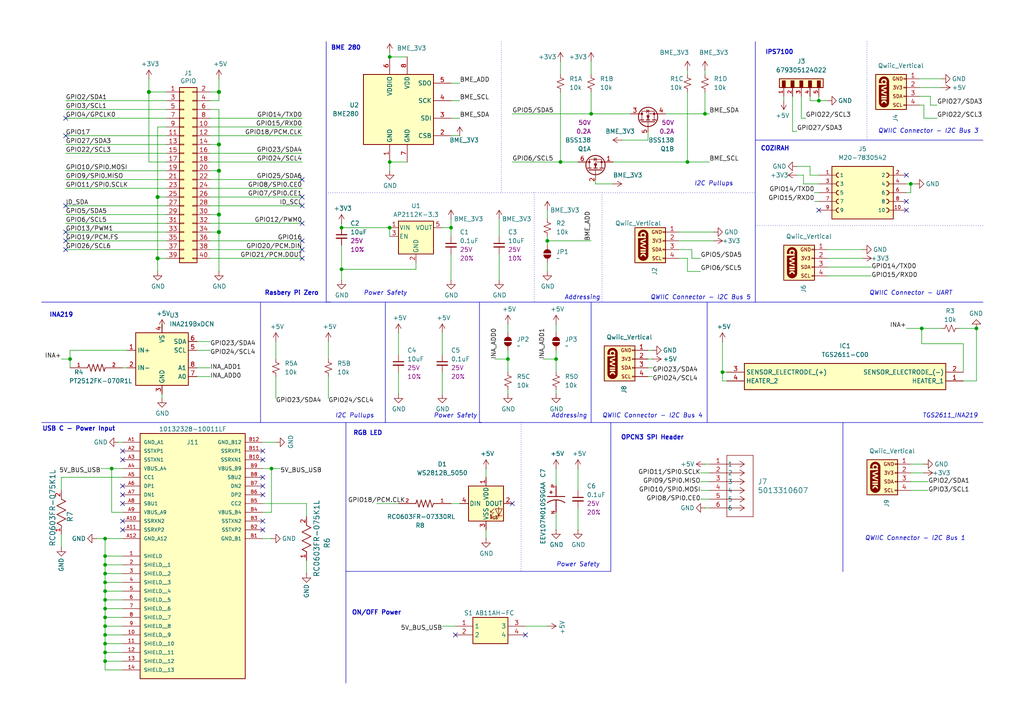
<source format=kicad_sch>
(kicad_sch (version 20250114) (generator "eeschema") (generator_version "9.0")
  (paper "A4")
  (title_block (title "Dream") (date "2025-08-31") (rev "1") (company "Mints-AI, University of Texas at Dallas") (comment 1 "Lakitha Wijeratne"))
  (text "I2C Pullups" (at 207.01 53.34 0) (effects (font (size 1.27 1.27) (thickness 0.1588) (italic yes))))
  (text "QWIIC Connector - UART" (at 264.16 85.09 0) (effects (font (size 1.27 1.27) (thickness 0.1588) (italic yes))))
  (text "Power Safety" (at 111.76 85.09 0) (effects (font (size 1.27 1.27) (thickness 0.1588) (italic yes))))
  (text "Power Safety" (at 132.08 120.65 0) (effects (font (size 1.27 1.27) (thickness 0.1588) (italic yes))))
  (text "QWIIC Connector - I2C Bus 1" (at 265.43 156.21 0) (effects (font (size 1.27 1.27) (thickness 0.1588) (italic yes))))
  (text "I2C Pullups" (at 102.87 120.65 0) (effects (font (size 1.27 1.27) (thickness 0.1588) (italic yes))))
  (text "BME 280" (at 100.33 13.97 0) (effects (font (size 1.27 1.27) (thickness 0.254) (bold yes))))
  (text "TGS2611_INA219" (at 275.59 120.65 0) (effects (font (size 1.27 1.27) (thickness 0.1588) (italic yes))))
  (text "ON/OFF Power" (at 109.22 177.8 0) (effects (font (size 1.27 1.27) (thickness 0.254) (bold yes))))
  (text "COZIRAH" (at 224.79 43.18 0) (effects (font (size 1.27 1.27) (thickness 0.254) (bold yes))))
  (text "Addressing" (at 168.91 86.36 0) (effects (font (size 1.27 1.27) (thickness 0.1588) (italic yes))))
  (text "Power Safety" (at 167.64 163.83 0) (effects (font (size 1.27 1.27) (thickness 0.1588) (italic yes))))
  (text "Rasbery Pi Zero " (at 85.09 85.09 0) (effects (font (size 1.27 1.27) (thickness 0.254) (bold yes))))
  (text "QWIIC Connector - I2C Bus 3" (at 269.24 38.1 0) (effects (font (size 1.27 1.27) (thickness 0.1588) (italic yes))))
  (text "QWIIC Connector - I2C Bus 4\n" (at 189.23 120.65 0) (effects (font (size 1.27 1.27) (thickness 0.1588) (italic yes))))
  (text "RGB LED" (at 106.68 125.73 0) (effects (font (size 1.27 1.27) (thickness 0.254) (bold yes))))
  (text "USB C - Power Input" (at 22.86 124.46 0) (effects (font (size 1.27 1.27) (thickness 0.254) (bold yes))))
  (text "Addressing" (at 165.1 120.65 0) (effects (font (size 1.27 1.27) (thickness 0.1588) (italic yes))))
  (text "OPCN3 SPI Header" (at 189.23 127 0) (effects (font (size 1.27 1.27) (thickness 0.254) (bold yes))))
  (text "INA219" (at 17.78 91.44 0) (effects (font (size 1.27 1.27) (thickness 0.254) (bold yes))))
  (text "QWIIC Connector - I2C Bus 5" (at 203.2 86.36 0) (effects (font (size 1.27 1.27) (thickness 0.1588) (italic yes))))
  (text "IPS7100" (at 226.06 15.24 0) (effects (font (size 1.27 1.27) (thickness 0.254) (bold yes))))
  (junction (at 63.5 62.23) (diameter 1.016))
  (junction (at 43.18 26.67) (diameter 1.016))
  (junction (at 30.48 186.69))
  (junction (at 63.5 67.31) (diameter 1.016))
  (junction (at 30.48 168.91))
  (junction (at 30.48 166.37))
  (junction (at 30.48 189.23))
  (junction (at 30.48 161.29))
  (junction (at 283.21 95.25))
  (junction (at 237.49 29.21))
  (junction (at 30.48 176.53))
  (junction (at 45.72 57.15) (diameter 1.016))
  (junction (at 264.16 53.34))
  (junction (at 161.29 104.14))
  (junction (at 99.06 66.04))
  (junction (at 209.55 107.95))
  (junction (at 30.48 173.99))
  (junction (at 130.81 66.04))
  (junction (at 267.335 95.25))
  (junction (at 63.5 49.53) (diameter 1.016))
  (junction (at 99.06 78.105))
  (junction (at 32.385 135.89))
  (junction (at 30.48 179.07))
  (junction (at 113.03 46.99))
  (junction (at 63.5 41.91) (diameter 1.016))
  (junction (at 30.48 184.15))
  (junction (at 30.48 181.61))
  (junction (at 171.45 33.02))
  (junction (at 204.47 33.02))
  (junction (at 30.48 163.83))
  (junction (at 162.56 46.99))
  (junction (at 78.74 135.89))
  (junction (at 147.32 104.14))
  (junction (at 113.03 66.04))
  (junction (at 158.75 69.85))
  (junction (at 20.32 104.14))
  (junction (at 30.48 156.21))
  (junction (at 30.48 171.45))
  (junction (at 199.39 46.99))
  (junction (at 45.72 74.93) (diameter 1.016))
  (junction (at 113.03 16.51))
  (junction (at 30.48 191.77))
  (junction (at 63.5 26.67) (diameter 1.016))
  (no_connect (at 35.56 146.05))
  (no_connect (at 76.2 130.81))
  (no_connect (at 87.63 69.85))
  (no_connect (at 87.63 64.77))
  (no_connect (at 76.2 151.13))
  (no_connect (at 87.63 72.39))
  (no_connect (at 76.2 138.43))
  (no_connect (at 19.05 59.69))
  (no_connect (at 87.63 59.69))
  (no_connect (at 87.63 57.15))
  (no_connect (at 19.05 39.37))
  (no_connect (at 87.63 52.07))
  (no_connect (at 87.63 74.93))
  (no_connect (at 35.56 133.35))
  (no_connect (at 237.49 60.96))
  (no_connect (at 35.56 140.97))
  (no_connect (at 262.89 50.8))
  (no_connect (at 19.05 67.31))
  (no_connect (at 35.56 143.51))
  (no_connect (at 19.05 72.39))
  (no_connect (at 76.2 140.97))
  (no_connect (at 19.05 69.85))
  (no_connect (at 262.89 60.96))
  (no_connect (at 76.2 143.51))
  (no_connect (at 35.56 130.81))
  (no_connect (at 152.4 184.15))
  (no_connect (at 76.2 133.35))
  (no_connect (at 76.2 153.67))
  (no_connect (at 19.05 34.29))
  (no_connect (at 132.08 184.15))
  (no_connect (at 262.89 58.42))
  (no_connect (at 35.56 151.13))
  (no_connect (at 148.59 146.05))
  (no_connect (at 35.56 153.67))
  (wire (pts (xy 17.78 104.14) (xy 20.32 104.14)))
  (wire (pts (xy 76.2 146.05) (xy 88.9 146.05)))
  (wire (pts (xy 45.72 57.15) (xy 45.72 74.93)))
  (wire (pts (xy 60.96 57.15) (xy 87.63 57.15)))
  (wire (pts (xy 144.78 73.66) (xy 144.78 81.28)))
  (wire (pts (xy 171.45 33.02) (xy 182.88 33.02)))
  (wire (pts (xy 30.48 171.45) (xy 30.48 173.99)))
  (wire (pts (xy 35.56 138.43) (xy 17.78 138.43)))
  (wire (pts (xy 279.4 99.695) (xy 267.335 99.695)))
  (wire (pts (xy 20.32 104.14) (xy 20.32 106.68)))
  (wire (pts (xy 48.26 39.37) (xy 19.05 39.37)))
  (wire (pts (xy 30.48 166.37) (xy 30.48 163.83)))
  (wire (pts (xy 266.7 25.4) (xy 273.05 25.4)))
  (wire (pts (xy 20.32 101.6) (xy 36.83 101.6)))
  (wire (pts (xy 130.81 66.04) (xy 130.81 68.58)))
  (wire (pts (xy 240.03 80.01) (xy 252.73 80.01)))
  (wire (pts (xy 63.5 31.75) (xy 63.5 41.91)))
  (wire (pts (xy 35.56 186.69) (xy 30.48 186.69)))
  (wire (pts (xy 63.5 49.53) (xy 60.96 49.53)))
  (wire (pts (xy 140.97 135.89) (xy 140.97 138.43)))
  (wire (pts (xy 35.56 179.07) (xy 30.48 179.07)))
  (polyline (pts (xy 244.475 122.555) (xy 244.475 165.735)))
  (wire (pts (xy 35.56 168.91) (xy 30.48 168.91)))
  (wire (pts (xy 271.78 30.48) (xy 269.875 30.48)))
  (wire (pts (xy 199.39 78.74) (xy 203.2 78.74)))
  (wire (pts (xy 180.34 40.64) (xy 187.96 40.64)))
  (wire (pts (xy 148.59 46.99) (xy 162.56 46.99)))
  (wire (pts (xy 76.2 135.89) (xy 78.74 135.89)))
  (wire (pts (xy 63.5 62.23) (xy 63.5 67.31)))
  (wire (pts (xy 171.45 26.67) (xy 171.45 33.02)))
  (wire (pts (xy 266.7 27.94) (xy 269.875 27.94)))
  (wire (pts (xy 35.56 191.77) (xy 30.48 191.77)))
  (wire (pts (xy 167.64 135.89) (xy 167.64 142.24)))
  (wire (pts (xy 128.27 96.52) (xy 128.27 102.87)))
  (wire (pts (xy 161.29 148.59) (xy 161.29 153.67)))
  (wire (pts (xy 130.81 63.5) (xy 130.81 66.04)))
  (polyline (pts (xy 154.94 87.63) (xy 155.575 87.63)) (stroke (width 0) (type dot)))
  (wire (pts (xy 187.96 40.64) (xy 187.96 38.1)))
  (wire (pts (xy 63.5 49.53) (xy 63.5 62.23)))
  (wire (pts (xy 234.95 29.21) (xy 234.95 27.94)))
  (wire (pts (xy 60.96 34.29) (xy 87.63 34.29)))
  (wire (pts (xy 113.03 66.04) (xy 113.03 68.58)))
  (wire (pts (xy 205.74 134.62) (xy 204.47 134.62)))
  (wire (pts (xy 45.72 36.83) (xy 45.72 57.15)))
  (polyline (pts (xy 12.065 122.555) (xy 285.115 122.555)))
  (wire (pts (xy 278.13 95.25) (xy 283.21 95.25)))
  (wire (pts (xy 227.33 27.94) (xy 227.33 29.21)))
  (wire (pts (xy 203.2 142.24) (xy 205.74 142.24)))
  (wire (pts (xy 177.8 46.99) (xy 199.39 46.99)))
  (wire (pts (xy 130.81 24.13) (xy 133.35 24.13)))
  (polyline (pts (xy 145.415 12.065) (xy 145.415 55.88)) (stroke (width 0) (type dot)))
  (wire (pts (xy 233.045 53.34) (xy 237.49 53.34)))
  (wire (pts (xy 35.56 184.15) (xy 30.48 184.15)))
  (wire (pts (xy 45.72 36.83) (xy 48.26 36.83)))
  (wire (pts (xy 234.95 48.26) (xy 234.95 50.8)))
  (wire (pts (xy 57.15 101.6) (xy 60.96 101.6)))
  (wire (pts (xy 204.47 26.67) (xy 204.47 33.02)))
  (wire (pts (xy 60.96 54.61) (xy 87.63 54.61)))
  (wire (pts (xy 200.66 74.93) (xy 200.66 72.39)))
  (wire (pts (xy 95.25 109.22) (xy 95.25 115.57)))
  (wire (pts (xy 187.96 109.22) (xy 189.23 109.22)))
  (wire (pts (xy 48.26 59.69) (xy 19.05 59.69)))
  (wire (pts (xy 240.03 29.21) (xy 237.49 29.21)))
  (wire (pts (xy 19.05 62.23) (xy 48.26 62.23)))
  (wire (pts (xy 234.95 50.8) (xy 237.49 50.8)))
  (polyline (pts (xy 219.075 65.405) (xy 285.115 65.405)) (stroke (width 0) (type dot)))
  (wire (pts (xy 240.03 74.93) (xy 250.19 74.93)))
  (wire (pts (xy 76.2 128.27) (xy 80.01 128.27)))
  (wire (pts (xy 203.2 144.78) (xy 205.74 144.78)))
  (wire (pts (xy 30.48 163.83) (xy 30.48 161.29)))
  (polyline (pts (xy 151.13 122.555) (xy 151.13 165.735)) (stroke (width 0) (type dot)))
  (wire (pts (xy 130.81 29.21) (xy 133.35 29.21)))
  (wire (pts (xy 45.72 57.15) (xy 48.26 57.15)))
  (wire (pts (xy 240.03 72.39) (xy 250.19 72.39)))
  (wire (pts (xy 35.56 176.53) (xy 30.48 176.53)))
  (wire (pts (xy 35.56 173.99) (xy 30.48 173.99)))
  (wire (pts (xy 60.96 44.45) (xy 87.63 44.45)))
  (wire (pts (xy 264.16 55.88) (xy 264.16 53.34)))
  (wire (pts (xy 267.97 34.29) (xy 267.97 30.48)))
  (wire (pts (xy 283.21 110.49) (xy 283.21 95.25)))
  (wire (pts (xy 161.29 113.03) (xy 161.29 114.3)))
  (wire (pts (xy 172.72 53.34) (xy 172.72 52.07)))
  (wire (pts (xy 147.32 113.03) (xy 147.32 114.3)))
  (wire (pts (xy 128.27 181.61) (xy 132.08 181.61)))
  (wire (pts (xy 203.2 139.7) (xy 205.74 139.7)))
  (wire (pts (xy 99.06 78.105) (xy 99.06 81.28)))
  (wire (pts (xy 60.96 74.93) (xy 87.63 74.93)))
  (wire (pts (xy 45.72 74.93) (xy 45.72 78.74)))
  (wire (pts (xy 19.05 41.91) (xy 48.26 41.91)))
  (wire (pts (xy 236.22 55.88) (xy 237.49 55.88)))
  (wire (pts (xy 30.48 161.29) (xy 35.56 161.29)))
  (wire (pts (xy 158.75 69.85) (xy 171.45 69.85)))
  (wire (pts (xy 43.18 22.86) (xy 43.18 26.67)))
  (wire (pts (xy 147.32 104.14) (xy 147.32 107.95)))
  (wire (pts (xy 204.47 20.32) (xy 204.47 21.59)))
  (wire (pts (xy 95.25 99.06) (xy 95.25 104.14)))
  (wire (pts (xy 232.41 27.94) (xy 232.41 34.29)))
  (wire (pts (xy 196.85 67.31) (xy 207.01 67.31)))
  (polyline (pts (xy 244.475 165.735) (xy 244.475 165.735)))
  (wire (pts (xy 30.48 181.61) (xy 30.48 184.15)))
  (wire (pts (xy 162.56 46.99) (xy 167.64 46.99)))
  (wire (pts (xy 30.48 156.21) (xy 35.56 156.21)))
  (wire (pts (xy 120.65 76.2) (xy 120.65 78.105)))
  (wire (pts (xy 30.48 186.69) (xy 30.48 189.23)))
  (wire (pts (xy 115.57 107.95) (xy 115.57 114.3)))
  (wire (pts (xy 140.97 153.67) (xy 140.97 156.21)))
  (wire (pts (xy 63.5 67.31) (xy 60.96 67.31)))
  (wire (pts (xy 152.4 181.61) (xy 158.75 181.61)))
  (wire (pts (xy 264.16 134.62) (xy 267.97 134.62)))
  (wire (pts (xy 262.89 95.25) (xy 267.335 95.25)))
  (wire (pts (xy 158.75 60.96) (xy 158.75 63.5)))
  (wire (pts (xy 19.05 31.75) (xy 48.26 31.75)))
  (wire (pts (xy 204.47 33.02) (xy 205.74 33.02)))
  (wire (pts (xy 19.05 54.61) (xy 48.26 54.61)))
  (wire (pts (xy 80.01 109.22) (xy 80.01 115.57)))
  (wire (pts (xy 210.82 110.49) (xy 209.55 110.49)))
  (wire (pts (xy 32.385 135.89) (xy 35.56 135.89)))
  (wire (pts (xy 262.89 53.34) (xy 264.16 53.34)))
  (wire (pts (xy 200.66 74.93) (xy 203.2 74.93)))
  (wire (pts (xy 43.18 46.99) (xy 48.26 46.99)))
  (wire (pts (xy 199.39 26.67) (xy 199.39 46.99)))
  (wire (pts (xy 17.78 154.94) (xy 17.78 158.75)))
  (wire (pts (xy 193.04 33.02) (xy 204.47 33.02)))
  (wire (pts (xy 48.26 29.21) (xy 19.05 29.21)))
  (wire (pts (xy 88.9 162.56) (xy 88.9 166.37)))
  (wire (pts (xy 35.56 166.37) (xy 30.48 166.37)))
  (wire (pts (xy 63.5 26.67) (xy 63.5 29.21)))
  (wire (pts (xy 187.96 104.14) (xy 189.23 104.14)))
  (wire (pts (xy 130.81 73.66) (xy 130.81 81.28)))
  (polyline (pts (xy 219.075 12.065) (xy 219.075 87.63)) (stroke (width 0) (type solid)))
  (wire (pts (xy 63.5 41.91) (xy 63.5 49.53)))
  (wire (pts (xy 209.55 107.95) (xy 210.82 107.95)))
  (wire (pts (xy 60.96 39.37) (xy 87.63 39.37)))
  (wire (pts (xy 158.75 69.85) (xy 158.75 71.12)))
  (wire (pts (xy 231.14 38.1) (xy 229.87 38.1)))
  (wire (pts (xy 63.5 41.91) (xy 60.96 41.91)))
  (wire (pts (xy 35.56 189.23) (xy 30.48 189.23)))
  (wire (pts (xy 162.56 17.78) (xy 162.56 21.59)))
  (wire (pts (xy 229.87 27.94) (xy 229.87 38.1)))
  (wire (pts (xy 30.48 173.99) (xy 30.48 176.53)))
  (wire (pts (xy 78.74 148.59) (xy 78.74 135.89)))
  (polyline (pts (xy 154.94 55.88) (xy 154.94 87.63)) (stroke (width 0) (type dot)))
  (wire (pts (xy 63.5 22.86) (xy 63.5 26.67)))
  (polyline (pts (xy 94.615 55.88) (xy 219.075 55.88)) (stroke (width 0) (type dot)))
  (wire (pts (xy 35.56 171.45) (xy 30.48 171.45)))
  (wire (pts (xy 19.05 34.29) (xy 48.26 34.29)))
  (wire (pts (xy 200.66 72.39) (xy 196.85 72.39)))
  (wire (pts (xy 236.22 58.42) (xy 237.49 58.42)))
  (wire (pts (xy 203.2 137.16) (xy 205.74 137.16)))
  (wire (pts (xy 63.5 26.67) (xy 60.96 26.67)))
  (polyline (pts (xy 177.165 122.555) (xy 177.165 165.735)))
  (wire (pts (xy 30.48 161.29) (xy 30.48 156.21)))
  (wire (pts (xy 43.18 26.67) (xy 43.18 46.99)))
  (wire (pts (xy 60.96 46.99) (xy 87.63 46.99)))
  (wire (pts (xy 30.48 191.77) (xy 30.48 189.23)))
  (wire (pts (xy 60.96 36.83) (xy 87.63 36.83)))
  (polyline (pts (xy 111.76 87.63) (xy 111.76 122.555)) (stroke (width 0) (type solid)))
  (wire (pts (xy 99.06 64.77) (xy 99.06 66.04)))
  (polyline (pts (xy 171.45 87.63) (xy 171.45 122.555)) (stroke (width 0) (type solid)))
  (polyline (pts (xy 219.075 40.64) (xy 285.115 40.64)) (stroke (width 0) (type solid)))
  (wire (pts (xy 17.78 138.43) (xy 17.78 142.24)))
  (wire (pts (xy 19.05 44.45) (xy 48.26 44.45)))
  (wire (pts (xy 120.65 78.105) (xy 99.06 78.105)))
  (wire (pts (xy 267.335 95.25) (xy 273.05 95.25)))
  (wire (pts (xy 19.05 52.07) (xy 48.26 52.07)))
  (wire (pts (xy 252.73 77.47) (xy 240.03 77.47)))
  (wire (pts (xy 99.06 66.04) (xy 113.03 66.04)))
  (wire (pts (xy 115.57 96.52) (xy 115.57 102.87)))
  (wire (pts (xy 204.47 147.32) (xy 205.74 147.32)))
  (wire (pts (xy 233.68 34.29) (xy 232.41 34.29)))
  (wire (pts (xy 76.2 156.21) (xy 78.74 156.21)))
  (wire (pts (xy 199.39 46.99) (xy 205.74 46.99)))
  (wire (pts (xy 262.89 55.88) (xy 264.16 55.88)))
  (wire (pts (xy 35.56 106.68) (xy 36.83 106.68)))
  (wire (pts (xy 237.49 27.94) (xy 237.49 29.21)))
  (wire (pts (xy 148.59 33.02) (xy 171.45 33.02)))
  (wire (pts (xy 99.06 78.105) (xy 99.06 71.12)))
  (wire (pts (xy 19.05 64.77) (xy 48.26 64.77)))
  (wire (pts (xy 63.5 29.21) (xy 60.96 29.21)))
  (wire (pts (xy 264.16 142.24) (xy 269.24 142.24)))
  (polyline (pts (xy 94.615 87.63) (xy 95.885 87.63)))
  (wire (pts (xy 172.72 53.34) (xy 177.8 53.34)))
  (wire (pts (xy 30.48 184.15) (xy 30.48 186.69)))
  (wire (pts (xy 199.39 78.74) (xy 199.39 74.93)))
  (wire (pts (xy 19.05 69.85) (xy 48.26 69.85)))
  (polyline (pts (xy 139.065 122.555) (xy 139.7 122.555)) (stroke (width 0) (type solid)))
  (wire (pts (xy 57.15 109.22) (xy 60.96 109.22)))
  (wire (pts (xy 233.045 50.8) (xy 233.045 53.34)))
  (wire (pts (xy 60.96 69.85) (xy 87.63 69.85)))
  (wire (pts (xy 46.99 114.3) (xy 46.99 115.57)))
  (wire (pts (xy 88.9 146.05) (xy 88.9 149.86)))
  (wire (pts (xy 60.96 64.77) (xy 87.63 64.77)))
  (wire (pts (xy 45.72 74.93) (xy 48.26 74.93)))
  (wire (pts (xy 113.03 15.24) (xy 113.03 16.51)))
  (wire (pts (xy 30.48 194.31) (xy 30.48 191.77)))
  (wire (pts (xy 60.96 72.39) (xy 87.63 72.39)))
  (wire (pts (xy 57.15 106.68) (xy 60.96 106.68)))
  (wire (pts (xy 158.75 68.58) (xy 158.75 69.85)))
  (wire (pts (xy 267.97 30.48) (xy 266.7 30.48)))
  (wire (pts (xy 147.32 93.98) (xy 147.32 96.52)))
  (wire (pts (xy 199.39 20.32) (xy 199.39 21.59)))
  (wire (pts (xy 35.56 194.31) (xy 30.48 194.31)))
  (wire (pts (xy 187.96 106.68) (xy 189.23 106.68)))
  (wire (pts (xy 35.56 181.61) (xy 30.48 181.61)))
  (wire (pts (xy 63.5 31.75) (xy 60.96 31.75)))
  (wire (pts (xy 273.05 22.86) (xy 266.7 22.86)))
  (wire (pts (xy 113.03 16.51) (xy 118.11 16.51)))
  (wire (pts (xy 19.05 72.39) (xy 48.26 72.39)))
  (polyline (pts (xy 139.065 87.63) (xy 139.065 122.555)) (stroke (width 0) (type solid)))
  (wire (pts (xy 267.335 95.25) (xy 267.335 99.695)))
  (wire (pts (xy 76.2 148.59) (xy 78.74 148.59)))
  (polyline (pts (xy 12.065 87.63) (xy 285.115 87.63)) (stroke (width 0) (type solid)))
  (wire (pts (xy 80.01 99.06) (xy 80.01 104.14)))
  (wire (pts (xy 128.27 66.04) (xy 130.81 66.04)))
  (wire (pts (xy 128.27 107.95) (xy 128.27 114.3)))
  (wire (pts (xy 264.16 139.7) (xy 269.24 139.7)))
  (wire (pts (xy 267.97 34.29) (xy 271.78 34.29)))
  (wire (pts (xy 209.55 99.06) (xy 209.55 107.95)))
  (wire (pts (xy 130.81 34.29) (xy 133.35 34.29)))
  (wire (pts (xy 29.21 135.89) (xy 32.385 135.89)))
  (wire (pts (xy 20.32 101.6) (xy 20.32 104.14)))
  (wire (pts (xy 113.03 46.99) (xy 118.11 46.99)))
  (wire (pts (xy 187.96 101.6) (xy 189.23 101.6)))
  (wire (pts (xy 35.56 148.59) (xy 32.385 148.59)))
  (wire (pts (xy 27.94 156.21) (xy 30.48 156.21)))
  (wire (pts (xy 231.14 48.26) (xy 234.95 48.26)))
  (polyline (pts (xy 174.625 55.88) (xy 174.625 87.63)) (stroke (width 0) (type dot)))
  (wire (pts (xy 63.5 67.31) (xy 63.5 78.74)))
  (polyline (pts (xy 100.33 165.735) (xy 177.165 165.735)))
  (polyline (pts (xy 100.33 122.555) (xy 100.33 198.12)))
  (wire (pts (xy 60.96 52.07) (xy 87.63 52.07)))
  (wire (pts (xy 48.26 67.31) (xy 19.05 67.31)))
  (wire (pts (xy 30.48 166.37) (xy 30.48 168.91)))
  (polyline (pts (xy 94.615 12.065) (xy 94.615 87.63)))
  (polyline (pts (xy 205.105 87.63) (xy 205.105 122.555)) (stroke (width 0) (type solid)))
  (wire (pts (xy 30.48 181.61) (xy 30.48 179.07)))
  (wire (pts (xy 161.29 101.6) (xy 161.29 104.14)))
  (wire (pts (xy 113.03 46.99) (xy 113.03 49.53)))
  (wire (pts (xy 35.56 163.83) (xy 30.48 163.83)))
  (wire (pts (xy 130.81 146.05) (xy 133.35 146.05)))
  (wire (pts (xy 46.99 95.25) (xy 46.99 93.98)))
  (wire (pts (xy 30.48 176.53) (xy 30.48 179.07)))
  (wire (pts (xy 269.875 27.94) (xy 269.875 30.48)))
  (wire (pts (xy 161.29 93.98) (xy 161.29 96.52)))
  (wire (pts (xy 199.39 74.93) (xy 196.85 74.93)))
  (wire (pts (xy 30.48 168.91) (xy 30.48 171.45)))
  (wire (pts (xy 264.16 137.16) (xy 267.97 137.16)))
  (polyline (pts (xy 251.46 12.065) (xy 251.46 40.64)) (stroke (width 0) (type dot)))
  (wire (pts (xy 63.5 62.23) (xy 60.96 62.23)))
  (wire (pts (xy 158.75 76.2) (xy 158.75 78.74)))
  (wire (pts (xy 161.29 104.14) (xy 157.48 104.14)))
  (wire (pts (xy 109.22 146.05) (xy 115.57 146.05)))
  (wire (pts (xy 171.45 17.78) (xy 171.45 21.59)))
  (wire (pts (xy 43.18 26.67) (xy 48.26 26.67)))
  (wire (pts (xy 147.32 101.6) (xy 147.32 104.14)))
  (wire (pts (xy 231.14 50.8) (xy 233.045 50.8)))
  (wire (pts (xy 237.49 29.21) (xy 234.95 29.21)))
  (wire (pts (xy 279.4 110.49) (xy 283.21 110.49)))
  (wire (pts (xy 279.4 107.95) (xy 279.4 99.695)))
  (wire (pts (xy 143.51 104.14) (xy 147.32 104.14)))
  (wire (pts (xy 264.16 53.34) (xy 265.43 53.34)))
  (wire (pts (xy 32.385 148.59) (xy 32.385 135.89)))
  (wire (pts (xy 144.78 63.5) (xy 144.78 68.58)))
  (wire (pts (xy 162.56 26.67) (xy 162.56 46.99)))
  (wire (pts (xy 196.85 69.85) (xy 207.01 69.85)))
  (wire (pts (xy 78.74 135.89) (xy 81.28 135.89)))
  (wire (pts (xy 161.29 135.89) (xy 161.29 140.97)))
  (wire (pts (xy 48.26 49.53) (xy 19.05 49.53)))
  (wire (pts (xy 60.96 59.69) (xy 87.63 59.69)))
  (polyline (pts (xy 75.565 87.63) (xy 75.565 122.555)) (stroke (width 0) (type solid)))
  (wire (pts (xy 167.64 147.32) (xy 167.64 153.67)))
  (wire (pts (xy 130.81 39.37) (xy 133.35 39.37)))
  (wire (pts (xy 161.29 104.14) (xy 161.29 107.95)))
  (wire (pts (xy 209.55 110.49) (xy 209.55 107.95)))
  (wire (pts (xy 34.29 128.27) (xy 35.56 128.27)))
  (wire (pts (xy 57.15 99.06) (xy 60.96 99.06)))
  (label "ID_SDA" (at 19.05 59.69 0))
  (label "GPIO6{slash}SCL5" (at 19.05 64.77 0))
  (label "GPIO5{slash}SDA5" (at 203.2 74.93 0))
  (label "5V_BUS_USB" (at 29.21 135.89 180))
  (label "BME_SDA" (at 205.74 33.02 0))
  (label "GPIO15{slash}RXD0" (at 236.22 58.42 180))
  (label "GPIO14{slash}TXD0" (at 252.73 77.47 0))
  (label "BME_ADD" (at 133.35 24.13 0))
  (label "ID_SCL" (at 87.63 59.69 180))
  (label "GPIO5{slash}SDA5" (at 19.05 62.23 0))
  (label "5V_BUS_USB" (at 81.28 135.89 0))
  (label "GPIO21{slash}PCM.DOUT" (at 87.63 74.93 180))
  (label "BME_SCL" (at 205.74 46.99 0))
  (label "GPIO19{slash}PCM.FS" (at 19.05 69.85 0))
  (label "GPIO10{slash}SPI0.MOSI" (at 19.05 49.53 0))
  (label "GPIO23{slash}SDA4" (at 189.23 106.68 0))
  (label "GPIO9{slash}SPI0.MISO" (at 19.05 52.07 0))
  (label "GPIO3{slash}SCL1" (at 269.24 142.24 0))
  (label "GPIO23{slash}SDA4" (at 87.63 44.45 180))
  (label "GPIO5{slash}SDA5" (at 148.59 33.02 0))
  (label "GPIO4{slash}GPCLK0" (at 19.05 34.29 0))
  (label "GPIO2{slash}SDA1" (at 269.24 139.7 0))
  (label "GPIO27{slash}SDA3" (at 19.05 41.91 0))
  (label "GPIO26{slash}SCL6" (at 19.05 72.39 0))
  (label "GPIO14{slash}TXD0" (at 87.63 34.29 180))
  (label "GPIO8{slash}SPI0.CE0" (at 87.63 54.61 180))
  (label "GPIO15{slash}RXD0" (at 87.63 36.83 180))
  (label "GPIO16" (at 87.63 69.85 180))
  (label "INA_ADD0" (at 143.51 104.14 90))
  (label "BME_ADD" (at 171.45 69.85 90))
  (label "GPIO22{slash}SCL3" (at 19.05 44.45 0))
  (label "BME_SCL" (at 133.35 29.21 0))
  (label "INA+" (at 17.78 104.14 180))
  (label "GPIO9{slash}SPI0.MISO" (at 203.2 139.7 180))
  (label "GPIO2{slash}SDA1" (at 19.05 29.21 0))
  (label "GPIO23{slash}SDA4" (at 80.01 115.57 0))
  (label "GPIO11{slash}SPI0.SCLK" (at 203.2 137.16 180))
  (label "GPIO17" (at 19.05 39.37 0))
  (label "5V_BUS_USB" (at 128.27 181.61 180))
  (label "GPIO23{slash}SDA4" (at 60.96 99.06 0))
  (label "GPIO6{slash}SCL5" (at 148.59 46.99 0))
  (label "INA+" (at 262.89 95.25 180))
  (label "GPIO25{slash}SDA6" (at 87.63 52.07 180))
  (label "GPIO3{slash}SCL1" (at 19.05 31.75 0))
  (label "GPIO18{slash}PCM.CLK" (at 87.63 39.37 180))
  (label "GPIO24{slash}SCL4" (at 189.23 109.22 0))
  (label "GPIO12{slash}PWM0" (at 87.63 64.77 180))
  (label "GPIO15{slash}RXD0" (at 252.73 80.01 0))
  (label "GPIO18{slash}PCM.CLK" (at 109.22 146.05 0))
  (label "GPIO22{slash}SCL3" (at 233.68 34.29 0))
  (label "GPIO13{slash}PWM1" (at 19.05 67.31 0))
  (label "GPIO20{slash}PCM.DIN" (at 87.63 72.39 180))
  (label "GPIO22{slash}SCL3" (at 271.78 34.29 0))
  (label "GPIO24{slash}SCL4" (at 87.63 46.99 180))
  (label "GPIO8{slash}SPI0.CE0" (at 203.2 144.78 180))
  (label "INA_ADD0" (at 60.96 109.22 0))
  (label "GPIO7{slash}SPI0.CE1" (at 87.63 57.15 180))
  (label "GPIO27{slash}SDA3" (at 271.78 30.48 0))
  (label "GPIO14{slash}TXD0" (at 236.22 55.88 180))
  (label "GPIO27{slash}SDA3" (at 231.14 38.1 0))
  (label "GPIO24{slash}SCL4" (at 60.96 101.6 0))
  (label "GPIO6{slash}SCL5" (at 203.2 78.74 0))
  (label "GPIO10{slash}SPI0.MOSI" (at 203.2 142.24 180))
  (label "BME_SDA" (at 133.35 34.29 0))
  (label "INA_ADD1" (at 60.96 106.68 0))
  (label "GPIO24{slash}SCL4" (at 95.25 115.57 0))
  (label "GPIO11{slash}SPI0.SCLK" (at 19.05 54.61 0))
  (label "INA_ADD1" (at 157.48 104.14 90))
  (symbol (lib_id "power:+5V") (at 63.5 22.86 0) (unit 1)
    (property "Reference" "#PWR01" (effects (hide yes)))
    (property "Value" "+5V" (at 63.8683 18.5356 0))
    (property "Description" "Power symbol creates a global label with name \"+5V\"" (effects (hide yes)))
  )
  (symbol (lib_id "power:+3.3V") (at 43.18 22.86 0) (unit 1)
    (property "Reference" "#PWR04" (effects (hide yes)))
    (property "Value" "+3V3" (at 43.5483 18.5356 0))
    (property "Description" "Power symbol creates a global label with name \"+3.3V\"" (effects (hide yes)))
  )
  (symbol (lib_id "power:GND") (at 63.5 78.74 0) (unit 1)
    (property "Reference" "#PWR02" (effects (hide yes)))
    (property "Value" "GND" (at 63.6143 83.0644 0))
    (property "Description" "Power symbol creates a global label with name \"GND\" , ground" (effects (hide yes)))
  )
  (symbol (lib_id "power:GND") (at 45.72 78.74 0) (unit 1)
    (property "Reference" "#PWR03" (effects (hide yes)))
    (property "Value" "GND" (at 45.8343 83.0644 0))
    (property "Description" "Power symbol creates a global label with name \"GND\" , ground" (effects (hide yes)))
  )
  (symbol (lib_id "Connector_Generic:Conn_02x20_Odd_Even") (at 53.34 49.53 0) (unit 1)
    (property "Reference" "J1" (at 54.61 21.1898 0))
    (property "Value" "GPIO" (at 54.61 23.495 0))
    (property "Footprint" "Connector_PinSocket_2.54mm:PinSocket_2x20_P2.54mm_Vertical" (effects (hide yes)))
    (property "Description" "Generic connector, double row, 02x20, odd/even pin numbering scheme (row 1 odd numbers, row 2 even numbers), script generated (kicad-library-utils/schlib/autogen/connector/)" (effects (hide yes)))
  )
  (symbol (lib_id "power:GND") (at 204.47 147.32 270) (unit 1)
    (property "Reference" "#PWR034" (effects (hide yes)))
    (property "Value" "GND" (at 199.39 147.32 90))
    (property "Description" "Power symbol creates a global label with name \"GND\" , ground" (effects (hide yes)))
  )
  (symbol (lib_id "SparkFun-Resistor:10k_0603") (at 158.75 66.04 90) (unit 1)
    (property "Reference" "R2" (at 161.29 64.7699 90) (effects (justify right)))
    (property "Value" "10k" (at 161.29 67.3099 90) (effects (justify right)))
    (property "Footprint" "SparkFun-Resistor:R_0603_1608Metric" (effects (hide yes)))
    (property "Datasheet" "https://www.vishay.com/docs/20035/dcrcwe3.pdf" (effects (hide yes)))
    (property "Description" "Resistor" (effects (hide yes)))
    (property "PROD_ID" "RES-00824" (effects (hide yes)))
    (property "Vendor" "https://www.digikey.com/en/products/detail/vishay-dale/CRCW060310K0FKEA/1174782" (effects (hide yes)))
  )
  (symbol (lib_id "power:VCC") (at 204.47 20.32 0) (unit 1)
    (property "Reference" "#PWR016" (effects (hide yes)))
    (property "Value" "BME_3V3" (at 207.01 15.24 0))
    (property "Description" "Power symbol creates a global label with name \"VCC\"" (effects (hide yes)))
  )
  (symbol (lib_id "power:GND") (at 273.05 22.86 90) (unit 1)
    (property "Reference" "#PWR026" (effects (hide yes)))
    (property "Value" "GND" (at 278.13 22.86 90))
    (property "Description" "Power symbol creates a global label with name \"GND\" , ground" (effects (hide yes)))
  )
  (symbol (lib_id "power:+5V") (at 95.25 99.06 0) (unit 1)
    (property "Reference" "#PWR040" (effects (hide yes)))
    (property "Value" "+5V" (at 95.6183 94.7356 0))
    (property "Description" "Power symbol creates a global label with name \"+5V\"" (effects (hide yes)))
  )
  (symbol (lib_id "SparkFun-Connector:Qwiic_Vertical") (at 182.88 106.68 180) (unit 1)
    (property "Reference" "J8" (at 180.9751 111.76 90) (effects (justify left)))
    (property "Value" "Qwiic_Vertical" (at 189.23 97.79 0) (effects (justify left)))
    (property "Footprint" "SparkFun-Connector:JST_SMD_1.0mm-4_Vertical_Black" (effects (hide yes)))
    (property "Datasheet" "https://www.jst-mfg.com/product/pdf/eng/eSH.pdf" (effects (hide yes)))
    (property "Description" "4 pin JST 1mm polarized connector for I2C" (effects (hide yes)))
    (property "PROD_ID" "CONN-14483" (effects (hide yes)))
    (property "Vendor" "https://www.digikey.com/en/products/detail/jst-sales-america-inc/BM04B-SRSS-TB/926696" (effects (hide yes)))
  )
  (symbol (lib_id "SparkFun-Connector:Qwiic_Vertical") (at 234.95 77.47 180) (unit 1)
    (property "Reference" "J6" (at 233.0451 82.55 90) (effects (justify left)))
    (property "Value" "Qwiic_Vertical" (at 241.3 68.58 0) (effects (justify left)))
    (property "Footprint" "SparkFun-Connector:JST_SMD_1.0mm-4_Vertical_Black" (effects (hide yes)))
    (property "Datasheet" "https://www.jst-mfg.com/product/pdf/eng/eSH.pdf" (effects (hide yes)))
    (property "Description" "4 pin JST 1mm polarized connector for I2C" (effects (hide yes)))
    (property "PROD_ID" "CONN-14483" (effects (hide yes)))
    (property "Vendor" "https://www.digikey.com/en/products/detail/jst-sales-america-inc/BM04B-SRSS-TB/926696" (effects (hide yes)))
  )
  (symbol (lib_id "SparkFun-Resistor:10k_4x0603_Array") (at 95.25 106.68 90) (unit 2)
    (property "Reference" "R5" (at 97.79 105.4099 90) (effects (justify right)))
    (property "Value" "10k" (at 97.79 107.9499 90) (effects (justify right)))
    (property "Footprint" "SparkFun-Resistor:R_Array_Convex_4x0603" (effects (hide yes)))
    (property "Datasheet" "https://www.bourns.com/docs/Product-Datasheets/CATCAY.pdf" (effects (hide yes)))
    (property "Description" "Resistor Array" (effects (hide yes)))
    (property "PROD_ID" "RES-22662" (effects (hide yes)))
  )
  (symbol (lib_id "power:GND") (at 161.29 153.67 0) (unit 1)
    (property "Reference" "#PWR062" (effects (hide yes)))
    (property "Value" "GND" (at 161.4043 157.9944 0))
    (property "Description" "Power symbol creates a global label with name \"GND\" , ground" (effects (hide yes)))
  )
  (symbol (lib_id "power:GND") (at 99.06 81.28 0) (unit 1)
    (property "Reference" "#PWR07" (effects (hide yes)))
    (property "Value" "GND" (at 99.1743 85.6044 0))
    (property "Description" "Power symbol creates a global label with name \"GND\" , ground" (effects (hide yes)))
  )
  (symbol (lib_id "SparkFun-Resistor:10k_4x0603_Array") (at 162.56 24.13 90) (unit 1)
    (property "Reference" "R1" (at 165.1 22.8599 90) (effects (justify right)))
    (property "Value" "10k" (at 165.1 25.3999 90) (effects (justify right)))
    (property "Footprint" "SparkFun-Resistor:R_Array_Convex_4x0603" (effects (hide yes)))
    (property "Datasheet" "https://www.bourns.com/docs/Product-Datasheets/CATCAY.pdf" (effects (hide yes)))
    (property "Description" "Resistor Array" (effects (hide yes)))
    (property "PROD_ID" "RES-22662" (effects (hide yes)))
    (property "Custom Feild" "https://www.digikey.com/en/products/detail/bourns-inc/CAT16-1002F4LF/3593233?s=N4IgjCBcodIMZQGYEMA2BnApgGhAeygG0QB2AZgBYAGckAXTwAcAXKEAZRYCcBLAOwDmIAL546cRJFSZcBYuDDkIjEK3Zc%2BQ0XjAA2KKCkzseQpBIAOcqQBMthszaROPAcLEhbyyoYTJ0U3kLL1p9Ukc1Z1ctDzwAWlgjANkzBTAwSwZPeIdJKB4AVzlzEgBWEDwATmyEiWTIIpL06lqQeIN8xu5itJC6PF88B3oc3y6TZpD7UlpK8EsyvRURVaA" (effects (hide yes)))
  )
  (symbol (lib_id "power:+3.3V") (at 171.45 17.78 0) (unit 1)
    (property "Reference" "#PWR014" (effects (hide yes)))
    (property "Value" "+3V3" (at 167.64 16.51 0))
    (property "Description" "Power symbol creates a global label with name \"+3.3V\"" (effects (hide yes)))
  )
  (symbol (lib_id "power:GND") (at 265.43 53.34 90) (unit 1)
    (property "Reference" "#PWR030" (effects (hide yes)))
    (property "Value" "GND" (at 270.51 53.34 90))
    (property "Description" "Power symbol creates a global label with name \"GND\" , ground" (effects (hide yes)))
  )
  (symbol (lib_id "power:VCC") (at 158.75 60.96 0) (unit 1)
    (property "Reference" "#PWR020" (effects (hide yes)))
    (property "Value" "BME_3V3" (at 163.83 60.96 0))
    (property "Description" "Power symbol creates a global label with name \"VCC\"" (effects (hide yes)))
  )
  (symbol (lib_id "SparkFun-DiscreteSemi:Q_NMOS_0.2A_50V_DUAL") (at 172.72 49.53 90) (unit 1)
    (property "Reference" "Q1" (at 171.45 43.18 90) (effects (justify left)))
    (property "Value" "BSS138" (at 171.45 40.64 90) (effects (justify left)))
    (property "Footprint" "SparkFun-Semiconductor-Standard:SOT-363" (effects (hide yes)))
    (property "Datasheet" "https://www.diodes.com/assets/Datasheets/ds30203.pdf" (effects (hide yes)))
    (property "Description" "N-MOSFET transistor, drain/gate/source" (effects (hide yes)))
    (property "PROD_ID" "TRANS-25637" (effects (hide yes)))
    (property "IMax" "0.2A" (at 171.45 38.1 90) (effects (justify left)))
    (property "VMax" "50V" (at 171.45 35.56 90) (effects (justify left)))
    (property "Vendor" "https://www.digikey.com/en/products/detail/diodes-incorporated/BSS138DW-7-F/808527" (effects (hide yes)))
  )
  (symbol (lib_id "PT2512FK-070R1L:PT2512FK-070R1L") (at 27.94 106.68 0) (unit 1)
    (property "Reference" "R4" (at 22.86 107.95 0))
    (property "Value" "PT2512FK-070R1L" (at 29.21 110.49 0))
    (property "Footprint" "downloaded:PT2512FK-070R1L" (effects (hide yes)))
    (property "Datasheet" "https://www.yageogroup.com/content/Resource%20Library/Datasheet/PYU-PT-GROUP_521_ROHS_L.pdf" (effects (hide yes)))
    (property "Description" "RES 0.1 OHM 1% 1W 2512" (effects (hide yes)))
    (property "Vendor" "https://www.digikey.com/en/products/detail/yageo/PT2512FK-070R1L/2178346?s=N4IgTCBcDaIAoBUwFYCMYBiBpAtABgHY8AlVAGRAF0BfIA" (effects (hide yes)))
  )
  (symbol (lib_id "Sensor:BME280") (at 115.57 31.75 0) (unit 1)
    (property "Reference" "U2" (at 104.14 30.4799 0) (effects (justify right)))
    (property "Value" "BME280" (at 104.14 33.0199 0) (effects (justify right)))
    (property "Footprint" "Package_LGA:Bosch_LGA-8_2.5x2.5mm_P0.65mm_ClockwisePinNumbering" (effects (hide yes)))
    (property "Datasheet" "https://www.bosch-sensortec.com/media/boschsensortec/downloads/datasheets/bst-bme280-ds002.pdf" (effects (hide yes)))
    (property "Description" "3-in-1 sensor, humidity, pressure, temperature, I2C and SPI interface, 1.71-3.6V, LGA-8" (effects (hide yes)))
  )
  (symbol (lib_id "power:GND") (at 27.94 156.21 270) (unit 1)
    (property "Reference" "#PWR055" (effects (hide yes)))
    (property "Value" "GND" (at 22.86 156.21 90))
    (property "Description" "Power symbol creates a global label with name \"GND\" , ground" (effects (hide yes)))
  )
  (symbol (lib_id "SparkFun-Capacitor:0.1uF_0603_25V_20%") (at 128.27 105.41 0) (unit 1)
    (property "Reference" "C5" (at 130.81 101.6062 0) (effects (justify left)))
    (property "Value" "0.1uF" (at 130.81 104.1462 0) (effects (justify left)))
    (property "Footprint" "SparkFun-Capacitor:C_0603_1608Metric" (effects (hide yes)))
    (property "Datasheet" "https://cdn.sparkfun.com/assets/8/a/4/a/5/Kemet_Capacitor_Datasheet.pdf" (effects (hide yes)))
    (property "Description" "Unpolarized capacitor" (effects (hide yes)))
    (property "PROD_ID" "CAP-00810" (effects (hide yes)))
    (property "Voltage" "25V" (at 130.81 106.6862 0) (effects (justify left)))
    (property "Tolerance" "20%" (at 130.81 109.2262 0) (effects (justify left)))
    (property "Vendor" "https://www.digikey.com/en/products/detail/kemet/C0603C104M3VACTU/411100" (effects (hide yes)))
  )
  (symbol (lib_id "power:GND") (at 167.64 153.67 0) (unit 1)
    (property "Reference" "#PWR060" (effects (hide yes)))
    (property "Value" "GND" (at 167.7543 157.9944 0))
    (property "Description" "Power symbol creates a global label with name \"GND\" , ground" (effects (hide yes)))
  )
  (symbol (lib_id "power:GND") (at 189.23 101.6 90) (unit 1)
    (property "Reference" "#PWR049" (effects (hide yes)))
    (property "Value" "GND" (at 194.31 101.6 90))
    (property "Description" "Power symbol creates a global label with name \"GND\" , ground" (effects (hide yes)))
  )
  (symbol (lib_id "SparkFun-Resistor:10k_4x0603_Array") (at 199.39 24.13 90) (unit 3)
    (property "Reference" "R1" (at 194.31 22.86 90) (effects (justify right)))
    (property "Value" "10k" (at 194.31 25.4 90) (effects (justify right)))
    (property "Footprint" "SparkFun-Resistor:R_Array_Convex_4x0603" (effects (hide yes)))
    (property "Datasheet" "https://www.bourns.com/docs/Product-Datasheets/CATCAY.pdf" (effects (hide yes)))
    (property "Description" "Resistor Array" (effects (hide yes)))
    (property "PROD_ID" "RES-22662" (effects (hide yes)))
    (property "Custom Feild" "https://www.digikey.com/en/products/detail/bourns-inc/CAT16-1002F4LF/3593233?s=N4IgjCBcodIMZQGYEMA2BnApgGhAeygG0QB2AZgBYAGckAXTwAcAXKEAZRYCcBLAOwDmIAL546cRJFSZcBYuDDkIjEK3Zc%2BQ0XjAA2KKCkzseQpBIAOcqQBMthszaROPAcLEhbyyoYTJ0U3kLL1p9Ukc1Z1ctDzwAWlgjANkzBTAwSwZPeIdJKB4AVzlzEgBWEDwATmyEiWTIIpL06lqQeIN8xu5itJC6PF88B3oc3y6TZpD7UlpK8EsyvRURVaA" (effects (hide yes)))
  )
  (symbol (lib_id "SparkFun-Jumper:SolderJumper_2_Open") (at 161.29 99.06 90) (unit 1)
    (property "Reference" "JP3" (at 163.83 98.4249 90) (effects (justify right)))
    (property "Value" "~" (at 163.83 100.33 90) (effects (justify right)))
    (property "Footprint" "SparkFun-Jumper:Jumper_2_NO" (effects (hide yes)))
    (property "Description" "Solder Jumper, 2-pole, open" (effects (hide yes)))
  )
  (symbol (lib_id "power:GND") (at 161.29 114.3 0) (unit 1)
    (property "Reference" "#PWR046" (effects (hide yes)))
    (property "Value" "GND" (at 161.4043 118.6244 0))
    (property "Description" "Power symbol creates a global label with name \"GND\" , ground" (effects (hide yes)))
  )
  (symbol (lib_id "EEV107M010S9GAA:EEV107M010S9GAA") (at 161.29 146.05 270) (unit 1)
    (property "Reference" "C7" (at 157.48 135.89 0) (effects (justify left)))
    (property "Value" "EEV107M010S9GAA" (at 157.48 139.7 0) (effects (justify left)))
    (property "Footprint" "downloaded:EEV107M010S9GAA" (effects (hide yes)))
    (property "Datasheet" "https://www.yageogroup.com/content/datasheet/asset/file/KEM_A4002_EEV" (effects (hide yes)))
    (property "Description" "CAP ALUM 100UF 20% 10V SMD" (effects (hide yes)))
    (property "MAXIMUM_PACKAGE_HEIGHT" "5.65 mm" (effects (hide yes)))
    (property "PARTREV" "8/16/2024" (effects (hide yes)))
    (property "MANUFACTURER" "KEMET" (effects (hide yes)))
    (property "SNAPEDA_PACKAGE_ID" "35335" (effects (hide yes)))
    (property "STANDARD" "IPC-7351B" (effects (hide yes)))
    (property "Vendor" "https://www.digikey.com/en/products/detail/kemet/EEV107M010S9GAA/6597867" (effects (hide yes)))
  )
  (symbol (lib_id "power:GND") (at 78.74 156.21 90) (unit 1)
    (property "Reference" "#PWR056" (effects (hide yes)))
    (property "Value" "GND" (at 83.82 156.21 90))
    (property "Description" "Power symbol creates a global label with name \"GND\" , ground" (effects (hide yes)))
  )
  (symbol (lib_id "M20-7830542:M20-7830542") (at 250.19 55.88 0) (unit 1)
    (property "Reference" "J5" (at 250.19 43.18 0))
    (property "Value" "M20-7830542" (at 250.19 45.72 0))
    (property "Footprint" "downloaded:M20-7830542" (effects (hide yes)))
    (property "Datasheet" "https://cdn.harwin.com/pdfs/M20-783.pdf" (effects (hide yes)))
    (property "Description" "CONN RCPT 10POS 0.1 GOLD PCB" (effects (hide yes)))
    (property "MANUFACTURER" "HARWIN" (effects (hide yes)))
    (property "STANDARD" "Manufacturer Recommendations" (effects (hide yes)))
    (property "Vendor" "https://www.digikey.com/en/products/detail/harwin-inc/M20-7830542/3727765?s=N4IgjCBcoGwJxVAYygMwIYBsDOBTANCAPZQDaIALGGABxwDsIAuoQA4AuUIAyuwE4BLAHYBzEAF9CNGohApIGHAWJkQMAMxwaMZm06Qe-YWMnh6cAAyz5ivIRKRyDAEw6WIDl16DREwmHMIaDk0LDsVRxB1AFYLczc9LyNfU2cLWmtQpXtVMDh1Ol0PfUMfE0I05wpMhTDlByd6VyLPA29jPxBnAOca23rVXvdWkAA5AFcAW1xBFFMAWl7g%2BX5xgcjokEIEJgWdZahV9fJ1LcozoYXTg8gjnMiwK13CeaDkLPCGkDhoy9TVVC4SZYXAAAgAFrh0AATGag5jiIA" (effects (hide yes)))
  )
  (symbol (lib_id "Sensor_Energy:INA219BxDCN") (at 46.99 104.14 0) (unit 1)
    (property "Reference" "U3" (at 49.1333 91.44 0) (effects (justify left)))
    (property "Value" "INA219BxDCN" (at 49.1333 93.98 0) (effects (justify left)))
    (property "Footprint" "Package_TO_SOT_SMD:SOT-23-8" (effects (hide yes)))
    (property "Datasheet" "http://www.ti.com/lit/ds/symlink/ina219.pdf" (effects (hide yes)))
    (property "Description" "Zero-Drift, HighAccuracy, Bidirectional Current/Power Monitor (0-26V) With I2C Interface, SOT-23-8" (effects (hide yes)))
    (property "Vendor" "https://www.digikey.com/en/products/detail/texas-instruments/INA219BIDCNT/2426056" (effects (hide yes)))
  )
  (symbol (lib_id "power:GND") (at 144.78 81.28 0) (unit 1)
    (property "Reference" "#PWR09" (effects (hide yes)))
    (property "Value" "GND" (at 144.8943 85.6044 0))
    (property "Description" "Power symbol creates a global label with name \"GND\" , ground" (effects (hide yes)))
  )
  (symbol (lib_id "power:GND") (at 34.29 128.27 270) (unit 1)
    (property "Reference" "#PWR065" (effects (hide yes)))
    (property "Value" "GND" (at 29.21 128.27 90))
    (property "Description" "Power symbol creates a global label with name \"GND\" , ground" (effects (hide yes)))
  )
  (symbol (lib_id "power:+5V") (at 204.47 134.62 90) (unit 1)
    (property "Reference" "#PWR033" (effects (hide yes)))
    (property "Value" "+5V" (at 199.39 134.62 90))
    (property "Description" "Power symbol creates a global label with name \"+5V\"" (effects (hide yes)))
  )
  (symbol (lib_id "power:+3.3V") (at 231.14 50.8 90) (unit 1)
    (property "Reference" "#PWR029" (effects (hide yes)))
    (property "Value" "+3V3" (at 226.06 50.8 90))
    (property "Description" "Power symbol creates a global label with name \"+3.3V\"" (effects (hide yes)))
  )
  (symbol (lib_id "SparkFun-Jumper:SolderJumper_2_Open") (at 158.75 73.66 90) (unit 1)
    (property "Reference" "JP1" (at 161.29 73.0249 90) (effects (justify right)))
    (property "Value" "~" (at 161.29 74.93 90) (effects (justify right)))
    (property "Footprint" "SparkFun-Jumper:Jumper_2_NO" (effects (hide yes)))
    (property "Description" "Solder Jumper, 2-pole, open" (effects (hide yes)))
  )
  (symbol (lib_id "power:+5V") (at 80.01 99.06 0) (unit 1)
    (property "Reference" "#PWR039" (effects (hide yes)))
    (property "Value" "+5V" (at 80.3783 94.7356 0))
    (property "Description" "Power symbol creates a global label with name \"+5V\"" (effects (hide yes)))
  )
  (symbol (lib_id "power:VCC") (at 130.81 63.5 0) (unit 1)
    (property "Reference" "#PWR010" (effects (hide yes)))
    (property "Value" "BME_3V3" (at 135.89 63.5 0))
    (property "Description" "Power symbol creates a global label with name \"VCC\"" (effects (hide yes)))
  )
  (symbol (lib_id "power:GND") (at 113.03 49.53 0) (unit 1)
    (property "Reference" "#PWR08" (effects (hide yes)))
    (property "Value" "GND" (at 113.1443 53.8544 0))
    (property "Description" "Power symbol creates a global label with name \"GND\" , ground" (effects (hide yes)))
  )
  (symbol (lib_id "679305124022:679305124022") (at 232.41 22.86 0) (unit 1)
    (property "Reference" "J3" (at 232.41 17.78 0))
    (property "Value" "679305124022" (at 232.41 20.32 0))
    (property "Footprint" "679305124022:679305124022" (effects (hide yes)))
    (property "Datasheet" "https://www.we-online.com/components/products/datasheet/679305124022.pdf" (effects (hide yes)))
    (property "Description" "CONN HEADER SMD 5POS 1.5MM" (effects (hide yes)))
    (property "Vendor" "https://www.digikey.com/en/products/detail/w%C3%BCrth-elektronik/679305124022/2508487?s=N4IgTCBcDaIGwHYCcBmADAVgIxgCxrAgF0BfIA" (effects (hide yes)))
  )
  (symbol (lib_id "power:GND") (at 147.32 114.3 0) (unit 1)
    (property "Reference" "#PWR045" (effects (hide yes)))
    (property "Value" "GND" (at 147.4343 118.6244 0))
    (property "Description" "Power symbol creates a global label with name \"GND\" , ground" (effects (hide yes)))
  )
  (symbol (lib_id "power:+5V") (at 227.33 29.21 180) (unit 1)
    (property "Reference" "#PWR024" (effects (hide yes)))
    (property "Value" "+5V" (at 226.9617 33.5344 0))
    (property "Description" "Power symbol creates a global label with name \"+5V\"" (effects (hide yes)))
  )
  (symbol (lib_id "power:+5V") (at 46.99 95.25 0) (unit 1)
    (property "Reference" "#PWR047" (effects (hide yes)))
    (property "Value" "+5V" (at 47.3583 90.9256 0))
    (property "Description" "Power symbol creates a global label with name \"+5V\"" (effects (hide yes)))
  )
  (symbol (lib_id "SparkFun-Resistor:10k_4x0603_Array") (at 161.29 110.49 90) (unit 4)
    (property "Reference" "R5" (at 163.83 109.2199 90) (effects (justify right)))
    (property "Value" "10k" (at 163.83 111.7599 90) (effects (justify right)))
    (property "Footprint" "SparkFun-Resistor:R_Array_Convex_4x0603" (effects (hide yes)))
    (property "Datasheet" "https://www.bourns.com/docs/Product-Datasheets/CATCAY.pdf" (effects (hide yes)))
    (property "Description" "Resistor Array" (effects (hide yes)))
    (property "PROD_ID" "RES-22662" (effects (hide yes)))
  )
  (symbol (lib_id "SparkFun-LED:WS2812B_5050") (at 140.97 146.05 0) (unit 1)
    (property "Reference" "D1" (at 128.27 134.62 0))
    (property "Value" "WS2812B_5050" (at 128.27 137.16 0))
    (property "Footprint" "SparkFun-LED:WS2812_5050-4Pin" (effects (hide yes)))
    (property "Datasheet" "https://cdn.sparkfun.com/datasheets/BreakoutBoards/WS2812B.pdf" (effects (hide yes)))
    (property "Description" "RGB LED with integrated controller" (effects (hide yes)))
    (property "PROD_ID" "DIO-12503" (effects (hide yes)))
    (property "Vendor" "https://www.digikey.com/en/products/detail/sparkfun-electronics/16347/11630204" (effects (hide yes)))
  )
  (symbol (lib_id "power:+5V") (at 209.55 99.06 0) (unit 1)
    (property "Reference" "#PWR035" (effects (hide yes)))
    (property "Value" "+5V" (at 209.9183 94.7356 0))
    (property "Description" "Power symbol creates a global label with name \"+5V\"" (effects (hide yes)))
  )
  (symbol (lib_id "SparkFun-Capacitor:10uF_0805_25V_10%") (at 99.06 68.58 0) (unit 1)
    (property "Reference" "C2" (at 101.6 64.7762 0) (effects (justify left)))
    (property "Value" "10uF" (at 101.6 67.3162 0) (effects (justify left)))
    (property "Footprint" "SparkFun-Capacitor:C_0805_2012Metric" (effects (hide yes)))
    (property "Datasheet" "https://mm.digikey.com/Volume0/opasdata/d220001/medias/docus/4888/TMK212BBJ106KG-T_SS.pdf" (effects (hide yes)))
    (property "Description" "Unpolarized capacitor" (effects (hide yes)))
    (property "PROD_ID" "CAP-14259" (effects (hide yes)))
    (property "Voltage" "25V" (at 101.6 69.8562 0) (effects (justify left)))
    (property "Tolerance" "10%" (at 101.6 72.3962 0) (effects (justify left)))
    (property "Custom Feild" "https://www.digikey.com/en/products/detail/taiyo-yuden/TMK212BBJ106KG-T/2714163" (effects (hide yes)))
  )
  (symbol (lib_id "SparkFun-Resistor:10k_4x0603_Array") (at 204.47 24.13 270) (unit 4)
    (property "Reference" "R1" (at 207.01 22.8599 90) (effects (justify left)))
    (property "Value" "10k" (at 207.01 25.3999 90) (effects (justify left)))
    (property "Footprint" "SparkFun-Resistor:R_Array_Convex_4x0603" (effects (hide yes)))
    (property "Datasheet" "https://www.bourns.com/docs/Product-Datasheets/CATCAY.pdf" (effects (hide yes)))
    (property "Description" "Resistor Array" (effects (hide yes)))
    (property "PROD_ID" "RES-22662" (effects (hide yes)))
    (property "Custom Feild" "https://www.digikey.com/en/products/detail/bourns-inc/CAT16-1002F4LF/3593233?s=N4IgjCBcodIMZQGYEMA2BnApgGhAeygG0QB2AZgBYAGckAXTwAcAXKEAZRYCcBLAOwDmIAL546cRJFSZcBYuDDkIjEK3Zc%2BQ0XjAA2KKCkzseQpBIAOcqQBMthszaROPAcLEhbyyoYTJ0U3kLL1p9Ukc1Z1ctDzwAWlgjANkzBTAwSwZPeIdJKB4AVzlzEgBWEDwATmyEiWTIIpL06lqQeIN8xu5itJC6PF88B3oc3y6TZpD7UlpK8EsyvRURVaA" (effects (hide yes)))
  )
  (symbol (lib_id "power:VCC") (at 113.03 15.24 0) (unit 1)
    (property "Reference" "#PWR012" (effects (hide yes)))
    (property "Value" "BME_3V3" (at 119.38 13.97 0))
    (property "Description" "Power symbol creates a global label with name \"VCC\"" (effects (hide yes)))
  )
  (symbol (lib_id "power:GND") (at 283.21 95.25 180) (unit 1)
    (property "Reference" "#PWR036" (effects (hide yes)))
    (property "Value" "GND" (at 283.0957 90.9256 0))
    (property "Description" "Power symbol creates a global label with name \"GND\" , ground" (effects (hide yes)))
  )
  (symbol (lib_id "SparkFun-Capacitor:0.1uF_0603_25V_20%") (at 130.81 71.12 0) (unit 1)
    (property "Reference" "C1" (at 133.35 67.3162 0) (effects (justify left)))
    (property "Value" "0.1uF" (at 133.35 69.8562 0) (effects (justify left)))
    (property "Footprint" "SparkFun-Capacitor:C_0603_1608Metric" (effects (hide yes)))
    (property "Datasheet" "https://cdn.sparkfun.com/assets/8/a/4/a/5/Kemet_Capacitor_Datasheet.pdf" (effects (hide yes)))
    (property "Description" "Unpolarized capacitor" (effects (hide yes)))
    (property "PROD_ID" "CAP-00810" (effects (hide yes)))
    (property "Voltage" "25V" (at 133.35 72.3962 0) (effects (justify left)))
    (property "Tolerance" "20%" (at 133.35 74.9362 0) (effects (justify left)))
    (property "Vendor" "https://www.digikey.com/en/products/detail/kemet/C0603C104M3VACTU/411100" (effects (hide yes)))
  )
  (symbol (lib_id "power:GND") (at 207.01 67.31 90) (unit 1)
    (property "Reference" "#PWR022" (effects (hide yes)))
    (property "Value" "GND" (at 212.09 67.31 90))
    (property "Description" "Power symbol creates a global label with name \"GND\" , ground" (effects (hide yes)))
  )
  (symbol (lib_id "power:+5V") (at 147.32 93.98 0) (unit 1)
    (property "Reference" "#PWR043" (effects (hide yes)))
    (property "Value" "+5V" (at 147.6883 89.6556 0))
    (property "Description" "Power symbol creates a global label with name \"+5V\"" (effects (hide yes)))
  )
  (symbol (lib_id "RC0603N_YAG:RC0603FR-075K1L") (at 17.78 142.24 270) (unit 1)
    (property "Reference" "R7" (at 20.32 149.86 0) (effects (font (size 1.524 1.524))))
    (property "Value" "RC0603FR-075K1L" (at 15.24 147.32 0) (effects (font (size 1.524 1.524))))
    (property "Footprint" "RC0603N_YAG-L" (effects (hide yes)))
    (property "Datasheet" "https://www.yageogroup.com/content/datasheet/asset/file/PYU-RC_GROUP_51_ROHS_L" (effects (hide yes)))
    (property "Vendor" "https://www.digikey.com/en/products/detail/yageo/RC0603FR-075K1L/727268" (effects (hide yes)))
  )
  (symbol (lib_id "power:GND") (at 115.57 114.3 0) (unit 1)
    (property "Reference" "#PWR038" (effects (hide yes)))
    (property "Value" "GND" (at 115.6843 118.6244 0))
    (property "Description" "Power symbol creates a global label with name \"GND\" , ground" (effects (hide yes)))
  )
  (symbol (lib_id "SparkFun-Capacitor:0.1uF_0603_25V_20%") (at 167.64 144.78 0) (unit 1)
    (property "Reference" "C6" (at 170.18 140.9762 0) (effects (justify left)))
    (property "Value" "0.1uF" (at 170.18 143.5162 0) (effects (justify left)))
    (property "Footprint" "SparkFun-Capacitor:C_0603_1608Metric" (effects (hide yes)))
    (property "Datasheet" "https://cdn.sparkfun.com/assets/8/a/4/a/5/Kemet_Capacitor_Datasheet.pdf" (effects (hide yes)))
    (property "Description" "Unpolarized capacitor" (effects (hide yes)))
    (property "PROD_ID" "CAP-00810" (effects (hide yes)))
    (property "Voltage" "25V" (at 170.18 146.0562 0) (effects (justify left)))
    (property "Tolerance" "20%" (at 170.18 148.5962 0) (effects (justify left)))
    (property "Vendor" "https://www.digikey.com/en/products/detail/kemet/C0603C104M3VACTU/411100" (effects (hide yes)))
  )
  (symbol (lib_id "5013310607:5013310607") (at 205.74 134.62 0) (unit 1)
    (property "Reference" "J7" (at 219.71 139.6999 0) (effects (font (size 1.524 1.524)) (justify left)))
    (property "Value" "5013310607" (at 219.71 142.2399 0) (effects (font (size 1.524 1.524)) (justify left)))
    (property "Footprint" "downloaded:5013310607" (effects (hide yes)))
    (property "Datasheet" "https://www.molex.com/en-us/products/part-detail-pdf/5013310607?display=pdf" (effects (hide yes)))
    (property "Description" "CONN HEADER SMD 6POS 1MM" (effects (hide yes)))
    (property "Vendor" "https://www.digikey.com/en/products/detail/molex/5013310607/1531475" (effects (hide yes)))
  )
  (symbol (lib_id "power:+5V") (at 273.05 25.4 270) (unit 1)
    (property "Reference" "#PWR027" (effects (hide yes)))
    (property "Value" "+5V" (at 278.13 25.4 90))
    (property "Description" "Power symbol creates a global label with name \"+5V\"" (effects (hide yes)))
  )
  (symbol (lib_id "power:+5V") (at 189.23 104.14 270) (unit 1)
    (property "Reference" "#PWR050" (effects (hide yes)))
    (property "Value" "+5V" (at 194.31 104.14 90))
    (property "Description" "Power symbol creates a global label with name \"+5V\"" (effects (hide yes)))
  )
  (symbol (lib_id "SparkFun-Connector:Qwiic_Vertical") (at 259.08 139.7 180) (unit 1)
    (property "Reference" "J9" (at 257.1751 144.78 90) (effects (justify left)))
    (property "Value" "Qwiic_Vertical" (at 265.43 130.81 0) (effects (justify left)))
    (property "Footprint" "SparkFun-Connector:JST_SMD_1.0mm-4_Vertical_Black" (effects (hide yes)))
    (property "Datasheet" "https://www.jst-mfg.com/product/pdf/eng/eSH.pdf" (effects (hide yes)))
    (property "Description" "4 pin JST 1mm polarized connector for I2C" (effects (hide yes)))
    (property "PROD_ID" "CONN-14483" (effects (hide yes)))
    (property "Vendor" "https://www.digikey.com/en/products/detail/jst-sales-america-inc/BM04B-SRSS-TB/926696" (effects (hide yes)))
  )
  (symbol (lib_id "power:+3.3V") (at 207.01 69.85 270) (unit 1)
    (property "Reference" "#PWR023" (effects (hide yes)))
    (property "Value" "+3V3" (at 212.09 69.85 90))
    (property "Description" "Power symbol creates a global label with name \"+3.3V\"" (effects (hide yes)))
  )
  (symbol (lib_id "power:GND") (at 17.78 158.75 0) (unit 1)
    (property "Reference" "#PWR053" (effects (hide yes)))
    (property "Value" "GND" (at 17.78 163.83 90))
    (property "Description" "Power symbol creates a global label with name \"GND\" , ground" (effects (hide yes)))
  )
  (symbol (lib_id "power:+3.3V") (at 99.06 64.77 0) (unit 1)
    (property "Reference" "#PWR06" (effects (hide yes)))
    (property "Value" "+3V3" (at 99.4283 60.4456 0))
    (property "Description" "Power symbol creates a global label with name \"+3.3V\"" (effects (hide yes)))
  )
  (symbol (lib_id "SparkFun-Resistor:10k_4x0603_Array") (at 171.45 24.13 90) (unit 2)
    (property "Reference" "R1" (at 173.99 22.8599 90) (effects (justify right)))
    (property "Value" "10k" (at 173.99 25.3999 90) (effects (justify right)))
    (property "Footprint" "SparkFun-Resistor:R_Array_Convex_4x0603" (effects (hide yes)))
    (property "Datasheet" "https://www.bourns.com/docs/Product-Datasheets/CATCAY.pdf" (effects (hide yes)))
    (property "Description" "Resistor Array" (effects (hide yes)))
    (property "PROD_ID" "RES-22662" (effects (hide yes)))
    (property "Custom Feild" "https://www.digikey.com/en/products/detail/bourns-inc/CAT16-1002F4LF/3593233?s=N4IgjCBcodIMZQGYEMA2BnApgGhAeygG0QB2AZgBYAGckAXTwAcAXKEAZRYCcBLAOwDmIAL546cRJFSZcBYuDDkIjEK3Zc%2BQ0XjAA2KKCkzseQpBIAOcqQBMthszaROPAcLEhbyyoYTJ0U3kLL1p9Ukc1Z1ctDzwAWlgjANkzBTAwSwZPeIdJKB4AVzlzEgBWEDwATmyEiWTIIpL06lqQeIN8xu5itJC6PF88B3oc3y6TZpD7UlpK8EsyvRURVaA" (effects (hide yes)))
  )
  (symbol (lib_id "power:+5V") (at 158.75 181.61 270) (unit 1)
    (property "Reference" "#PWR058" (effects (hide yes)))
    (property "Value" "+5V" (at 163.0744 181.9783 0))
    (property "Description" "Power symbol creates a global label with name \"+5V\"" (effects (hide yes)))
  )
  (symbol (lib_id "power:+3.3V") (at 267.97 137.16 270) (unit 1)
    (property "Reference" "#PWR052" (effects (hide yes)))
    (property "Value" "+3V3" (at 273.05 137.16 90))
    (property "Description" "Power symbol creates a global label with name \"+3.3V\"" (effects (hide yes)))
  )
  (symbol (lib_id "SparkFun-Connector:Qwiic_Vertical") (at 191.77 72.39 180) (unit 1)
    (property "Reference" "J2" (at 189.8651 77.47 90) (effects (justify left)))
    (property "Value" "Qwiic_Vertical" (at 191.77 64.77 0) (effects (justify left)))
    (property "Footprint" "SparkFun-Connector:JST_SMD_1.0mm-4_Vertical_Black" (effects (hide yes)))
    (property "Datasheet" "https://www.jst-mfg.com/product/pdf/eng/eSH.pdf" (effects (hide yes)))
    (property "Description" "4 pin JST 1mm polarized connector for I2C" (effects (hide yes)))
    (property "PROD_ID" "CONN-14483" (effects (hide yes)))
    (property "Vendor" "https://www.digikey.com/en/products/detail/jst-sales-america-inc/BM04B-SRSS-TB/926696" (effects (hide yes)))
  )
  (symbol (lib_id "power:+3.3V") (at 162.56 17.78 0) (unit 1)
    (property "Reference" "#PWR013" (effects (hide yes)))
    (property "Value" "+3V3" (at 158.75 16.51 0))
    (property "Description" "Power symbol creates a global label with name \"+3.3V\"" (effects (hide yes)))
  )
  (symbol (lib_id "power:GND") (at 46.99 115.57 0) (unit 1)
    (property "Reference" "#PWR048" (effects (hide yes)))
    (property "Value" "GND" (at 47.1043 119.8944 0))
    (property "Description" "Power symbol creates a global label with name \"GND\" , ground" (effects (hide yes)))
  )
  (symbol (lib_id "power:GND") (at 250.19 72.39 90) (unit 1)
    (property "Reference" "#PWR032" (effects (hide yes)))
    (property "Value" "GND" (at 255.27 72.39 90))
    (property "Description" "Power symbol creates a global label with name \"GND\" , ground" (effects (hide yes)))
  )
  (symbol (lib_id "AB11AH-FC:AB11AH-FC") (at 132.08 181.61 0) (unit 1)
    (property "Reference" "S1" (at 135.89 177.8 0))
    (property "Value" "AB11AH-FC" (at 143.51 177.8 0))
    (property "Footprint" "downloaded:AB11AHFC" (effects (hide yes)))
    (property "Datasheet" "https://static6.arrow.com/aropdfconversion/5ffd941f0a79b79b64ad9b37dc4e3b7206520647/pushbutton_ab.pdf" (effects (hide yes)))
    (property "Description" "Pushbutton Switches OFF-(ON) .201 RD CAP RIGHT ANGL PC .4VA Process Sealed Subminiature Pushbuttons" (effects (hide yes)))
    (property "Height" "6.18" (effects (hide yes)))
    (property "Mouser Part Number" "633-AB11AH-FC" (effects (hide yes)))
    (property "Mouser Price/Stock" "https://www.mouser.co.uk/ProductDetail/NKK-Switches/AB11AH-FC?qs=E3XkhTW0K2FjNZbXLHs%252BZw%3D%3D" (effects (hide yes)))
    (property "Manufacturer_Name" "NKK Switches" (effects (hide yes)))
    (property "Manufacturer_Part_Number" "AB11AH-FC" (effects (hide yes)))
    (property "Vendor" "https://www.digikey.com/en/products/detail/nkk-switches/AB11AH-FC/1055910?s=N4IgTCBcDaIIICECMS4AkC0AxAwiAugL5A" (effects (hide yes)))
  )
  (symbol (lib_id "power:VCC") (at 180.34 40.64 90) (unit 1)
    (property "Reference" "#PWR017" (effects (hide yes)))
    (property "Value" "BME_3V3" (at 184.15 38.1 90) (effects (justify left)))
    (property "Description" "Power symbol creates a global label with name \"VCC\"" (effects (hide yes)))
  )
  (symbol (lib_id "power:GND") (at 231.14 48.26 270) (unit 1)
    (property "Reference" "#PWR028" (effects (hide yes)))
    (property "Value" "GND" (at 226.06 48.26 90))
    (property "Description" "Power symbol creates a global label with name \"GND\" , ground" (effects (hide yes)))
  )
  (symbol (lib_id "power:GND") (at 130.81 81.28 0) (unit 1)
    (property "Reference" "#PWR05" (effects (hide yes)))
    (property "Value" "GND" (at 130.9243 85.6044 0))
    (property "Description" "Power symbol creates a global label with name \"GND\" , ground" (effects (hide yes)))
  )
  (symbol (lib_id "power:+5V") (at 128.27 96.52 0) (unit 1)
    (property "Reference" "#PWR041" (effects (hide yes)))
    (property "Value" "+5V" (at 128.6383 92.1956 0))
    (property "Description" "Power symbol creates a global label with name \"+5V\"" (effects (hide yes)))
  )
  (symbol (lib_id "power:VCC") (at 199.39 20.32 0) (unit 1)
    (property "Reference" "#PWR015" (effects (hide yes)))
    (property "Value" "BME_3V3" (at 195.58 15.24 0))
    (property "Description" "Power symbol creates a global label with name \"VCC\"" (effects (hide yes)))
  )
  (symbol (lib_id "power:GND") (at 240.03 29.21 90) (unit 1)
    (property "Reference" "#PWR025" (effects (hide yes)))
    (property "Value" "GND" (at 245.11 29.21 90))
    (property "Description" "Power symbol creates a global label with name \"GND\" , ground" (effects (hide yes)))
  )
  (symbol (lib_id "SparkFun-Resistor:10k_4x0603_Array") (at 80.01 106.68 90) (unit 1)
    (property "Reference" "R5" (at 82.55 105.4099 90) (effects (justify right)))
    (property "Value" "10k" (at 82.55 107.9499 90) (effects (justify right)))
    (property "Footprint" "SparkFun-Resistor:R_Array_Convex_4x0603" (effects (hide yes)))
    (property "Datasheet" "https://www.bourns.com/docs/Product-Datasheets/CATCAY.pdf" (effects (hide yes)))
    (property "Description" "Resistor Array" (effects (hide yes)))
    (property "PROD_ID" "RES-22662" (effects (hide yes)))
  )
  (symbol (lib_id "power:+5V") (at 167.64 135.89 0) (unit 1)
    (property "Reference" "#PWR059" (effects (hide yes)))
    (property "Value" "+5V" (at 168.0083 131.5656 0))
    (property "Description" "Power symbol creates a global label with name \"+5V\"" (effects (hide yes)))
  )
  (symbol (lib_id "RC0603N_YAG:RC0603FR-075K1L") (at 88.9 149.86 270) (unit 1)
    (property "Reference" "R6" (at 93.98 157.48 0) (effects (font (size 1.524 1.524)) (justify bottom)))
    (property "Value" "RC0603FR-075K1L" (at 92.71 156.21 0) (effects (font (size 1.524 1.524)) (justify top)))
    (property "Footprint" "downloaded:RC0603N_YAG-L" (effects (hide yes)))
    (property "Datasheet" "https://www.yageogroup.com/content/datasheet/asset/file/PYU-RC_GROUP_51_ROHS_L" (effects (hide yes)))
    (property "Description" "RES 5.1K OHM 1% 1/10W 0603" (effects (hide yes)))
    (property "Vendor" "https://www.digikey.com/en/products/detail/yageo/RC0603FR-075K1L/727268" (effects (hide yes)))
  )
  (symbol (lib_id "power:+5V") (at 140.97 135.89 0) (unit 1)
    (property "Reference" "#PWR064" (effects (hide yes)))
    (property "Value" "+5V" (at 141.3383 131.5656 0))
    (property "Description" "Power symbol creates a global label with name \"+5V\"" (effects (hide yes)))
  )
  (symbol (lib_id "SparkFun-DiscreteSemi:Q_NMOS_0.2A_50V_DUAL") (at 187.96 35.56 90) (unit 2)
    (property "Reference" "Q1" (at 195.58 43.18 90) (effects (justify left)))
    (property "Value" "BSS138" (at 195.58 40.64 90) (effects (justify left)))
    (property "Footprint" "SparkFun-Semiconductor-Standard:SOT-363" (effects (hide yes)))
    (property "Datasheet" "https://www.diodes.com/assets/Datasheets/ds30203.pdf" (effects (hide yes)))
    (property "Description" "N-MOSFET transistor, drain/gate/source" (effects (hide yes)))
    (property "PROD_ID" "TRANS-25637" (effects (hide yes)))
    (property "IMax" "0.2A" (at 195.58 38.1 90) (effects (justify left)))
    (property "VMax" "50V" (at 195.58 35.56 90) (effects (justify left)))
    (property "Vendor" "https://www.digikey.com/en/products/detail/diodes-incorporated/BSS138DW-7-F/808527" (effects (hide yes)))
  )
  (symbol (lib_id "10132328-10011LF:10132328-10011LF") (at 55.88 143.51 0) (unit 1)
    (property "Reference" "J11" (at 55.88 128.27 0))
    (property "Value" "10132328-10011LF" (at 55.88 124.46 0))
    (property "Footprint" "downloaded:10132328-10011LF" (effects (hide yes)))
    (property "Datasheet" "https://cdn.amphenol-cs.com/media/wysiwyg/files/documentation/datasheet/inputoutput/io_usb31typec_g2_connector.pdf" (effects (hide yes)))
    (property "Description" "CONN RCPT USB3.1 TYPEC 24POS SMD" (effects (hide yes)))
    (property "PARTREV" "B" (effects (hide yes)))
    (property "STANDARD" "Manufacturer Recommendations" (effects (hide yes)))
    (property "SNAPEDA_PN" "10132328-10011LF" (effects (hide yes)))
    (property "MAXIMUM_PACKAGE_HEIGHT" "8.80mm" (effects (hide yes)))
    (property "MANUFACTURER" "Amphenol" (effects (hide yes)))
    (property "Vendor" "https://www.digikey.com/en/products/detail/amphenol-cs-fci/10132328-10011LF/6817757" (effects (hide yes)))
  )
  (symbol (lib_id "power:GND") (at 267.97 134.62 90) (unit 1)
    (property "Reference" "#PWR051" (effects (hide yes)))
    (property "Value" "GND" (at 273.05 134.62 90))
    (property "Description" "Power symbol creates a global label with name \"GND\" , ground" (effects (hide yes)))
  )
  (symbol (lib_id "power:+5V") (at 161.29 93.98 0) (unit 1)
    (property "Reference" "#PWR044" (effects (hide yes)))
    (property "Value" "+5V" (at 161.6583 89.6556 0))
    (property "Description" "Power symbol creates a global label with name \"+5V\"" (effects (hide yes)))
  )
  (symbol (lib_id "SparkFun-Jumper:SolderJumper_2_Open") (at 147.32 99.06 90) (unit 1)
    (property "Reference" "JP2" (at 149.86 98.4249 90) (effects (justify right)))
    (property "Value" "~" (at 149.86 100.33 90) (effects (justify right)))
    (property "Footprint" "SparkFun-Jumper:Jumper_2_NO" (effects (hide yes)))
    (property "Description" "Solder Jumper, 2-pole, open" (effects (hide yes)))
  )
  (symbol (lib_id "power:+5V") (at 115.57 96.52 0) (unit 1)
    (property "Reference" "#PWR037" (effects (hide yes)))
    (property "Value" "+5V" (at 115.9383 92.1956 0))
    (property "Description" "Power symbol creates a global label with name \"+5V\"" (effects (hide yes)))
  )
  (symbol (lib_id "power:VCC") (at 144.78 63.5 0) (unit 1)
    (property "Reference" "#PWR011" (effects (hide yes)))
    (property "Value" "BME_3V3" (at 149.86 63.5 0))
    (property "Description" "Power symbol creates a global label with name \"VCC\"" (effects (hide yes)))
  )
  (symbol (lib_id "SparkFun-Resistor:10k_4x0603_Array") (at 147.32 110.49 270) (unit 3)
    (property "Reference" "R5" (at 149.86 109.2199 90) (effects (justify left)))
    (property "Value" "10k" (at 149.86 111.7599 90) (effects (justify left)))
    (property "Footprint" "SparkFun-Resistor:R_Array_Convex_4x0603" (effects (hide yes)))
    (property "Datasheet" "https://www.bourns.com/docs/Product-Datasheets/CATCAY.pdf" (effects (hide yes)))
    (property "Description" "Resistor Array" (effects (hide yes)))
    (property "PROD_ID" "RES-22662" (effects (hide yes)))
  )
  (symbol (lib_id "power:VCC") (at 133.35 39.37 0) (unit 1)
    (property "Reference" "#PWR019" (effects (hide yes)))
    (property "Value" "BME_3V3" (at 134.62 40.64 0))
    (property "Description" "Power symbol creates a global label with name \"VCC\"" (effects (hide yes)))
  )
  (symbol (lib_id "SparkFun-Capacitor:10uF_0805_25V_10%") (at 144.78 71.12 0) (unit 1)
    (property "Reference" "C3" (at 147.32 67.3162 0) (effects (justify left)))
    (property "Value" "10uF" (at 147.32 69.8562 0) (effects (justify left)))
    (property "Footprint" "SparkFun-Capacitor:C_0805_2012Metric" (effects (hide yes)))
    (property "Datasheet" "https://mm.digikey.com/Volume0/opasdata/d220001/medias/docus/4888/TMK212BBJ106KG-T_SS.pdf" (effects (hide yes)))
    (property "Description" "Unpolarized capacitor" (effects (hide yes)))
    (property "PROD_ID" "CAP-14259" (effects (hide yes)))
    (property "Voltage" "25V" (at 147.32 72.3962 0) (effects (justify left)))
    (property "Tolerance" "10%" (at 147.32 74.9362 0) (effects (justify left)))
    (property "Vendor" "https://www.digikey.com/en/products/detail/kemet/C0603C104M3VACTU/411100" (effects (hide yes)))
  )
  (symbol (lib_id "power:+5V") (at 161.29 135.89 0) (unit 1)
    (property "Reference" "#PWR061" (effects (hide yes)))
    (property "Value" "+5V" (at 161.6583 131.5656 0))
    (property "Description" "Power symbol creates a global label with name \"+5V\"" (effects (hide yes)))
  )
  (symbol (lib_id "power:VCC") (at 177.8 53.34 270) (unit 1)
    (property "Reference" "#PWR018" (effects (hide yes)))
    (property "Value" "BME_3V3" (at 177.8 50.8 90) (effects (justify left)))
    (property "Description" "Power symbol creates a global label with name \"VCC\"" (effects (hide yes)))
  )
  (symbol (lib_id "TGS2611-C00:TGS2611-C00") (at 210.82 107.95 0) (unit 1)
    (property "Reference" "IC1" (at 245.11 100.33 0))
    (property "Value" "TGS2611-C00" (at 245.11 102.87 0))
    (property "Footprint" "TGS2611C00" (effects (hide yes)))
    (property "Datasheet" "http://www.figarosensor.com/products/docs/TGS%202611C00%281013%29.pdf" (effects (hide yes)))
    (property "Description" "Figaro TGS2611-C00 Methane Gas Sensor" (effects (hide yes)))
    (property "Height" "8.3" (effects (hide yes)))
    (property "Manufacturer_Name" "Figaro" (effects (hide yes)))
    (property "Manufacturer_Part_Number" "TGS2611-C00" (effects (hide yes)))
  )
  (symbol (lib_id "RC0603FR-07330RL:RC0603FR-07330RL") (at 123.19 146.05 180) (unit 1)
    (property "Reference" "R8" (at 123.19 152.4 0) (effects (justify left)))
    (property "Value" "RC0603FR-07330RL" (at 132.08 149.86 0) (effects (justify left)))
    (property "Footprint" "downloaded:RC0603FR-07330RL" (effects (hide yes)))
    (property "Datasheet" "https://www.yageogroup.com/content/datasheet/asset/file/PYU-RC_GROUP_51_ROHS_L" (effects (hide yes)))
    (property "Description" "RES 330 OHM 1% 1/10W 0603" (effects (hide yes)))
    (property "Vendor" "https://www.digikey.com/en/products/detail/yageo/RC0603FR-07330RL/727162" (effects (hide yes)))
  )
  (symbol (lib_id "power:GND") (at 88.9 166.37 0) (unit 1)
    (property "Reference" "#PWR054" (effects (hide yes)))
    (property "Value" "GND" (at 88.9 171.45 90))
    (property "Description" "Power symbol creates a global label with name \"GND\" , ground" (effects (hide yes)))
  )
  (symbol (lib_id "power:GND") (at 158.75 78.74 0) (unit 1)
    (property "Reference" "#PWR021" (effects (hide yes)))
    (property "Value" "GND" (at 158.8643 83.0644 0))
    (property "Description" "Power symbol creates a global label with name \"GND\" , ground" (effects (hide yes)))
  )
  (symbol (lib_id "power:+3.3V") (at 250.19 74.93 270) (unit 1)
    (property "Reference" "#PWR031" (effects (hide yes)))
    (property "Value" "+3V3" (at 255.27 74.93 90))
    (property "Description" "Power symbol creates a global label with name \"+3.3V\"" (effects (hide yes)))
  )
  (symbol (lib_id "SparkFun-Connector:Qwiic_Vertical") (at 261.62 27.94 180) (unit 1)
    (property "Reference" "J4" (at 259.7151 33.02 90) (effects (justify left)))
    (property "Value" "Qwiic_Vertical" (at 267.97 19.05 0) (effects (justify left)))
    (property "Footprint" "SparkFun-Connector:JST_SMD_1.0mm-4_Vertical_Black" (effects (hide yes)))
    (property "Datasheet" "https://www.jst-mfg.com/product/pdf/eng/eSH.pdf" (effects (hide yes)))
    (property "Description" "4 pin JST 1mm polarized connector for I2C" (effects (hide yes)))
    (property "PROD_ID" "CONN-14483" (effects (hide yes)))
    (property "Vendor" "https://www.digikey.com/en/products/detail/jst-sales-america-inc/BM04B-SRSS-TB/926696" (effects (hide yes)))
  )
  (symbol (lib_id "Regulator_Linear:AP2112K-3.3") (at 120.65 68.58 0) (unit 1)
    (property "Reference" "U1" (at 120.65 59.69 0))
    (property "Value" "AP2112K-3.3" (at 120.65 62.23 0))
    (property "Footprint" "Package_TO_SOT_SMD:SOT-23-5" (effects (hide yes)))
    (property "Datasheet" "https://www.diodes.com/assets/Datasheets/AP2112.pdf" (effects (hide yes)))
    (property "Description" "600mA low dropout linear regulator, with enable pin, 3.8V-6V input voltage range, 3.3V fixed positive output, SOT-23-5" (effects (hide yes)))
    (property "Custom Feild" "https://www.digikey.com/en/products/detail/diodes-incorporated/AP2112K-3-3TRG1/4470746?s=N4IgTCBcDaIIIAUwEZlgNIFoDMA6bIAugL5A" (effects (hide yes)))
  )
  (symbol (lib_id "SparkFun-Capacitor:10uF_0805_25V_10%") (at 115.57 105.41 0) (unit 1)
    (property "Reference" "C4" (at 118.11 101.6062 0) (effects (justify left)))
    (property "Value" "10uF" (at 118.11 104.1462 0) (effects (justify left)))
    (property "Footprint" "SparkFun-Capacitor:C_0805_2012Metric" (effects (hide yes)))
    (property "Datasheet" "https://mm.digikey.com/Volume0/opasdata/d220001/medias/docus/4888/TMK212BBJ106KG-T_SS.pdf" (effects (hide yes)))
    (property "Description" "Unpolarized capacitor" (effects (hide yes)))
    (property "PROD_ID" "CAP-14259" (effects (hide yes)))
    (property "Voltage" "25V" (at 118.11 106.6862 0) (effects (justify left)))
    (property "Tolerance" "10%" (at 118.11 109.2262 0) (effects (justify left)))
    (property "Vendor" "https://www.digikey.com/en/products/detail/kemet/C0603C104M3VACTU/411100" (effects (hide yes)))
  )
  (symbol (lib_id "power:GND") (at 140.97 156.21 0) (unit 1)
    (property "Reference" "#PWR063" (effects (hide yes)))
    (property "Value" "GND" (at 141.0843 160.5344 0))
    (property "Description" "Power symbol creates a global label with name \"GND\" , ground" (effects (hide yes)))
  )
  (symbol (lib_id "SparkFun-Resistor:10k_0603") (at 275.59 95.25 180) (unit 1)
    (property "Reference" "R3" (at 275.59 90.17 0))
    (property "Value" "10k" (at 275.59 92.71 0))
    (property "Footprint" "SparkFun-Resistor:R_0603_1608Metric" (effects (hide yes)))
    (property "Datasheet" "https://www.vishay.com/docs/20035/dcrcwe3.pdf" (effects (hide yes)))
    (property "Description" "Resistor" (effects (hide yes)))
    (property "PROD_ID" "RES-00824" (effects (hide yes)))
    (property "Vendor" "https://www.digikey.com/en/products/detail/vishay-dale/CRCW060310K0FKEA/1174782" (effects (hide yes)))
  )
  (symbol (lib_id "power:GND") (at 128.27 114.3 0) (unit 1)
    (property "Reference" "#PWR042" (effects (hide yes)))
    (property "Value" "GND" (at 128.3843 118.6244 0))
    (property "Description" "Power symbol creates a global label with name \"GND\" , ground" (effects (hide yes)))
  )
  (symbol (lib_id "power:GND") (at 80.01 128.27 90) (unit 1)
    (property "Reference" "#PWR066" (effects (hide yes)))
    (property "Value" "GND" (at 84.3344 128.1557 0))
    (property "Description" "Power symbol creates a global label with name \"GND\" , ground" (effects (hide yes)))
  )
)
</source>
